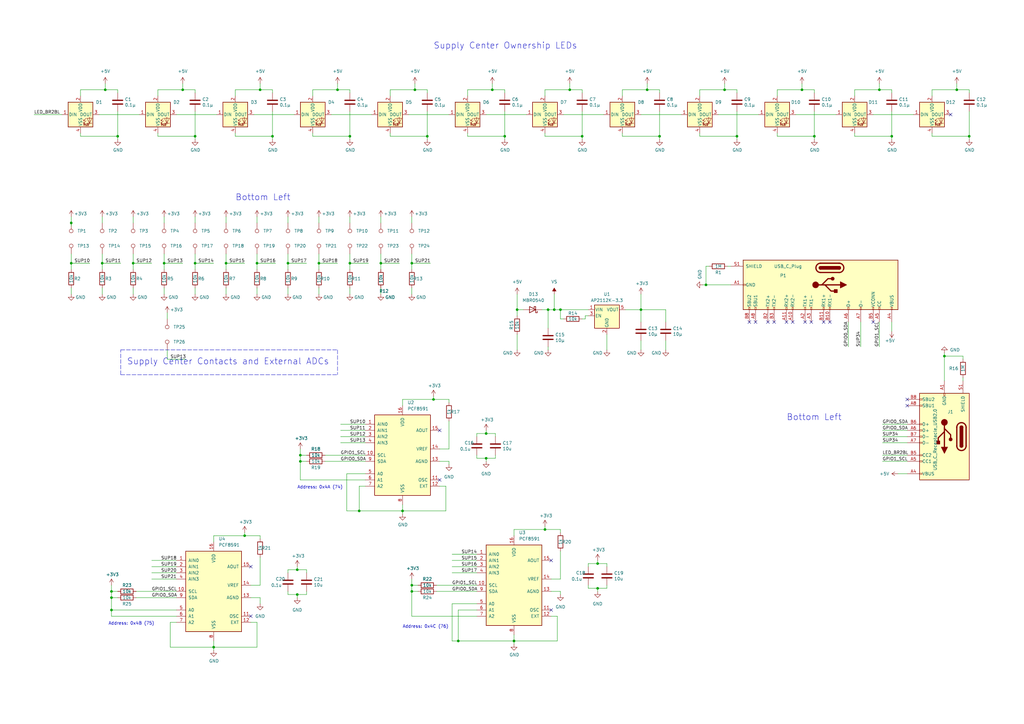
<source format=kicad_sch>
(kicad_sch (version 20211123) (generator eeschema)
  (paper "A3")
  (junction (at 168.91 240.03))
  (junction (at 67.31 107.95))
  (junction (at 328.93 36.83))
  (junction (at 265.43 36.83))
  (junction (at 29.21 107.95))
  (junction (at 238.76 55.88))
  (junction (at 245.11 241.3))
  (junction (at 245.11 231.14))
  (junction (at 168.91 242.57))
  (junction (at 45.72 242.57))
  (junction (at 223.52 217.17))
  (junction (at 302.26 55.88))
  (junction (at 227.33 127))
  (junction (at 45.72 245.11))
  (junction (at 397.51 55.88))
  (junction (at 262.89 127))
  (junction (at 29.21 91.44))
  (junction (at 387.35 146.05))
  (junction (at 212.09 127))
  (junction (at 143.51 55.88))
  (junction (at 168.91 107.95))
  (junction (at 210.82 262.89))
  (junction (at 201.93 36.83))
  (junction (at 41.91 107.95))
  (junction (at 229.87 127))
  (junction (at 48.26 55.88))
  (junction (at 138.43 36.83))
  (junction (at 156.21 107.95))
  (junction (at 80.01 107.95))
  (junction (at 199.39 187.96))
  (junction (at 80.01 55.88))
  (junction (at 74.93 36.83))
  (junction (at 111.76 55.88))
  (junction (at 177.8 163.83))
  (junction (at 170.18 36.83))
  (junction (at 392.43 36.83))
  (junction (at 165.1 209.55))
  (junction (at 175.26 55.88))
  (junction (at 121.92 233.68))
  (junction (at 118.11 107.95))
  (junction (at 87.63 265.43))
  (junction (at 207.01 55.88))
  (junction (at 106.68 36.83))
  (junction (at 45.72 250.19))
  (junction (at 224.79 127))
  (junction (at 270.51 55.88))
  (junction (at 289.56 116.84))
  (junction (at 92.71 107.95))
  (junction (at 121.92 243.84))
  (junction (at 199.39 177.8))
  (junction (at 233.68 36.83))
  (junction (at 334.01 55.88))
  (junction (at 105.41 107.95))
  (junction (at 123.19 189.23))
  (junction (at 100.33 219.71))
  (junction (at 187.96 262.89))
  (junction (at 43.18 36.83))
  (junction (at 147.32 209.55))
  (junction (at 143.51 107.95))
  (junction (at 297.18 36.83))
  (junction (at 365.76 55.88))
  (junction (at 130.81 107.95))
  (junction (at 54.61 107.95))
  (junction (at 123.19 186.69))
  (junction (at 360.68 36.83))
  (no_connect (at 307.34 132.08))
  (no_connect (at 226.06 250.19))
  (no_connect (at 322.58 132.08))
  (no_connect (at 332.74 132.08))
  (no_connect (at 102.87 232.41))
  (no_connect (at 340.36 132.08))
  (no_connect (at 372.11 166.37))
  (no_connect (at 372.11 163.83))
  (no_connect (at 180.34 196.85))
  (no_connect (at 314.96 132.08))
  (no_connect (at 180.34 176.53))
  (no_connect (at 102.87 252.73))
  (no_connect (at 226.06 229.87))
  (no_connect (at 358.14 132.08))
  (no_connect (at 309.88 132.08))
  (no_connect (at 317.5 132.08))
  (no_connect (at 389.89 46.99))
  (no_connect (at 337.82 132.08))
  (no_connect (at 330.2 132.08))
  (no_connect (at 325.12 132.08))
  (wire (pts (xy 223.52 55.88) (xy 238.76 55.88)))
  (wire (pts (xy 102.87 240.03) (xy 106.68 240.03)))
  (wire (pts (xy 175.26 36.83) (xy 175.26 38.1)))
  (wire (pts (xy 360.68 36.83) (xy 365.76 36.83)))
  (wire (pts (xy 111.76 36.83) (xy 111.76 38.1)))
  (wire (pts (xy 54.61 118.11) (xy 54.61 120.65)))
  (wire (pts (xy 199.39 177.8) (xy 203.2 177.8)))
  (wire (pts (xy 80.01 107.95) (xy 87.63 107.95)))
  (wire (pts (xy 54.61 107.95) (xy 62.23 107.95)))
  (wire (pts (xy 231.14 46.99) (xy 247.65 46.99)))
  (wire (pts (xy 123.19 189.23) (xy 123.19 186.69)))
  (wire (pts (xy 191.77 36.83) (xy 201.93 36.83)))
  (wire (pts (xy 102.87 255.27) (xy 105.41 255.27)))
  (wire (pts (xy 41.91 104.14) (xy 41.91 107.95)))
  (wire (pts (xy 105.41 88.9) (xy 105.41 91.44)))
  (wire (pts (xy 392.43 34.29) (xy 392.43 36.83)))
  (wire (pts (xy 210.82 262.89) (xy 210.82 264.16)))
  (wire (pts (xy 182.88 199.39) (xy 182.88 209.55)))
  (wire (pts (xy 199.39 176.53) (xy 199.39 177.8)))
  (wire (pts (xy 106.68 34.29) (xy 106.68 36.83)))
  (wire (pts (xy 353.06 142.24) (xy 353.06 132.08)))
  (polyline (pts (xy 138.43 143.51) (xy 138.43 153.67)))
  (wire (pts (xy 229.87 218.44) (xy 229.87 217.17)))
  (wire (pts (xy 191.77 54.61) (xy 191.77 55.88)))
  (wire (pts (xy 287.02 39.37) (xy 287.02 36.83)))
  (wire (pts (xy 48.26 45.72) (xy 48.26 55.88)))
  (wire (pts (xy 334.01 45.72) (xy 334.01 55.88)))
  (wire (pts (xy 256.54 127) (xy 262.89 127)))
  (wire (pts (xy 177.8 162.56) (xy 177.8 163.83)))
  (wire (pts (xy 248.92 137.16) (xy 248.92 143.51)))
  (wire (pts (xy 287.02 55.88) (xy 302.26 55.88)))
  (wire (pts (xy 80.01 57.15) (xy 80.01 55.88)))
  (polyline (pts (xy 49.53 153.67) (xy 49.53 143.51)))
  (wire (pts (xy 128.27 36.83) (xy 138.43 36.83)))
  (wire (pts (xy 394.97 146.05) (xy 387.35 146.05)))
  (wire (pts (xy 185.42 229.87) (xy 195.58 229.87)))
  (wire (pts (xy 262.89 120.65) (xy 262.89 127)))
  (wire (pts (xy 45.72 250.19) (xy 72.39 250.19)))
  (wire (pts (xy 41.91 118.11) (xy 41.91 120.65)))
  (wire (pts (xy 87.63 219.71) (xy 100.33 219.71)))
  (wire (pts (xy 392.43 36.83) (xy 397.51 36.83)))
  (wire (pts (xy 121.92 233.68) (xy 118.11 233.68)))
  (wire (pts (xy 105.41 107.95) (xy 105.41 110.49)))
  (wire (pts (xy 270.51 57.15) (xy 270.51 55.88)))
  (wire (pts (xy 226.06 242.57) (xy 229.87 242.57)))
  (wire (pts (xy 100.33 218.44) (xy 100.33 219.71)))
  (wire (pts (xy 92.71 107.95) (xy 92.71 110.49)))
  (wire (pts (xy 201.93 36.83) (xy 207.01 36.83)))
  (wire (pts (xy 223.52 39.37) (xy 223.52 36.83)))
  (wire (pts (xy 92.71 88.9) (xy 92.71 91.44)))
  (wire (pts (xy 289.56 116.84) (xy 299.72 116.84)))
  (wire (pts (xy 69.85 265.43) (xy 87.63 265.43)))
  (wire (pts (xy 143.51 107.95) (xy 143.51 110.49)))
  (wire (pts (xy 229.87 226.06) (xy 229.87 237.49)))
  (wire (pts (xy 96.52 39.37) (xy 96.52 36.83)))
  (wire (pts (xy 80.01 107.95) (xy 80.01 110.49)))
  (wire (pts (xy 180.34 199.39) (xy 182.88 199.39)))
  (wire (pts (xy 54.61 104.14) (xy 54.61 107.95)))
  (wire (pts (xy 223.52 217.17) (xy 229.87 217.17)))
  (wire (pts (xy 123.19 186.69) (xy 125.73 186.69)))
  (wire (pts (xy 80.01 88.9) (xy 80.01 91.44)))
  (wire (pts (xy 223.52 36.83) (xy 233.68 36.83)))
  (wire (pts (xy 168.91 104.14) (xy 168.91 107.95)))
  (wire (pts (xy 207.01 45.72) (xy 207.01 55.88)))
  (wire (pts (xy 195.58 186.69) (xy 195.58 187.96)))
  (wire (pts (xy 160.02 36.83) (xy 170.18 36.83)))
  (wire (pts (xy 262.89 127) (xy 262.89 132.08)))
  (wire (pts (xy 185.42 262.89) (xy 187.96 262.89)))
  (wire (pts (xy 248.92 231.14) (xy 248.92 232.41)))
  (wire (pts (xy 160.02 55.88) (xy 175.26 55.88)))
  (wire (pts (xy 130.81 88.9) (xy 130.81 91.44)))
  (wire (pts (xy 121.92 233.68) (xy 125.73 233.68)))
  (wire (pts (xy 229.87 242.57) (xy 229.87 243.84)))
  (wire (pts (xy 168.91 88.9) (xy 168.91 91.44)))
  (wire (pts (xy 224.79 127) (xy 227.33 127)))
  (wire (pts (xy 233.68 36.83) (xy 238.76 36.83)))
  (wire (pts (xy 350.52 55.88) (xy 365.76 55.88)))
  (wire (pts (xy 223.52 54.61) (xy 223.52 55.88)))
  (wire (pts (xy 326.39 46.99) (xy 342.9 46.99)))
  (wire (pts (xy 72.39 255.27) (xy 69.85 255.27)))
  (wire (pts (xy 328.93 34.29) (xy 328.93 36.83)))
  (wire (pts (xy 121.92 232.41) (xy 121.92 233.68)))
  (wire (pts (xy 233.68 34.29) (xy 233.68 36.83)))
  (wire (pts (xy 212.09 127) (xy 214.63 127)))
  (wire (pts (xy 195.58 177.8) (xy 195.58 179.07)))
  (wire (pts (xy 382.27 55.88) (xy 397.51 55.88)))
  (wire (pts (xy 195.58 187.96) (xy 199.39 187.96)))
  (wire (pts (xy 318.77 54.61) (xy 318.77 55.88)))
  (polyline (pts (xy 49.53 153.67) (xy 138.43 153.67)))
  (wire (pts (xy 231.14 130.81) (xy 229.87 130.81)))
  (wire (pts (xy 72.39 46.99) (xy 88.9 46.99)))
  (wire (pts (xy 195.58 247.65) (xy 185.42 247.65)))
  (wire (pts (xy 365.76 57.15) (xy 365.76 55.88)))
  (wire (pts (xy 184.15 189.23) (xy 184.15 190.5)))
  (wire (pts (xy 394.97 147.32) (xy 394.97 146.05)))
  (wire (pts (xy 334.01 36.83) (xy 334.01 38.1)))
  (wire (pts (xy 207.01 36.83) (xy 207.01 38.1)))
  (wire (pts (xy 130.81 107.95) (xy 130.81 110.49)))
  (wire (pts (xy 123.19 184.15) (xy 123.19 186.69)))
  (wire (pts (xy 45.72 252.73) (xy 45.72 250.19)))
  (wire (pts (xy 96.52 36.83) (xy 106.68 36.83)))
  (wire (pts (xy 170.18 36.83) (xy 175.26 36.83)))
  (wire (pts (xy 55.88 245.11) (xy 72.39 245.11)))
  (wire (pts (xy 270.51 45.72) (xy 270.51 55.88)))
  (wire (pts (xy 387.35 144.78) (xy 387.35 146.05)))
  (wire (pts (xy 245.11 241.3) (xy 245.11 242.57)))
  (wire (pts (xy 289.56 109.22) (xy 289.56 116.84)))
  (wire (pts (xy 184.15 165.1) (xy 184.15 163.83)))
  (wire (pts (xy 156.21 107.95) (xy 156.21 110.49)))
  (wire (pts (xy 118.11 104.14) (xy 118.11 107.95)))
  (wire (pts (xy 347.98 142.24) (xy 347.98 132.08)))
  (wire (pts (xy 397.51 57.15) (xy 397.51 55.88)))
  (wire (pts (xy 121.92 243.84) (xy 121.92 245.11)))
  (wire (pts (xy 143.51 45.72) (xy 143.51 55.88)))
  (wire (pts (xy 139.7 181.61) (xy 149.86 181.61)))
  (wire (pts (xy 29.21 104.14) (xy 29.21 107.95)))
  (wire (pts (xy 226.06 252.73) (xy 228.6 252.73)))
  (wire (pts (xy 165.1 166.37) (xy 165.1 163.83)))
  (wire (pts (xy 29.21 118.11) (xy 29.21 120.65)))
  (wire (pts (xy 207.01 57.15) (xy 207.01 55.88)))
  (wire (pts (xy 238.76 36.83) (xy 238.76 38.1)))
  (wire (pts (xy 171.45 242.57) (xy 168.91 242.57)))
  (wire (pts (xy 255.27 39.37) (xy 255.27 36.83)))
  (wire (pts (xy 143.51 36.83) (xy 143.51 38.1)))
  (wire (pts (xy 180.34 184.15) (xy 184.15 184.15)))
  (wire (pts (xy 69.85 255.27) (xy 69.85 265.43)))
  (wire (pts (xy 100.33 219.71) (xy 106.68 219.71)))
  (wire (pts (xy 13.97 46.99) (xy 25.4 46.99)))
  (wire (pts (xy 212.09 120.65) (xy 212.09 127)))
  (wire (pts (xy 302.26 45.72) (xy 302.26 55.88)))
  (wire (pts (xy 33.02 55.88) (xy 48.26 55.88)))
  (wire (pts (xy 240.03 130.81) (xy 240.03 129.54)))
  (wire (pts (xy 123.19 196.85) (xy 123.19 189.23)))
  (wire (pts (xy 387.35 146.05) (xy 387.35 156.21)))
  (wire (pts (xy 33.02 54.61) (xy 33.02 55.88)))
  (wire (pts (xy 118.11 88.9) (xy 118.11 91.44)))
  (wire (pts (xy 273.05 127) (xy 262.89 127)))
  (wire (pts (xy 118.11 118.11) (xy 118.11 120.65)))
  (wire (pts (xy 139.7 176.53) (xy 149.86 176.53)))
  (wire (pts (xy 394.97 156.21) (xy 394.97 154.94)))
  (wire (pts (xy 365.76 135.89) (xy 365.76 132.08)))
  (wire (pts (xy 29.21 88.9) (xy 29.21 91.44)))
  (wire (pts (xy 248.92 240.03) (xy 248.92 241.3)))
  (wire (pts (xy 168.91 252.73) (xy 168.91 242.57)))
  (wire (pts (xy 294.64 46.99) (xy 311.15 46.99)))
  (wire (pts (xy 87.63 262.89) (xy 87.63 265.43)))
  (wire (pts (xy 74.93 34.29) (xy 74.93 36.83)))
  (wire (pts (xy 165.1 209.55) (xy 165.1 210.82)))
  (wire (pts (xy 302.26 57.15) (xy 302.26 55.88)))
  (wire (pts (xy 203.2 186.69) (xy 203.2 187.96)))
  (wire (pts (xy 318.77 36.83) (xy 328.93 36.83)))
  (wire (pts (xy 210.82 217.17) (xy 223.52 217.17)))
  (wire (pts (xy 361.95 189.23) (xy 372.11 189.23)))
  (wire (pts (xy 133.35 186.69) (xy 149.86 186.69)))
  (wire (pts (xy 55.88 242.57) (xy 72.39 242.57)))
  (wire (pts (xy 222.25 127) (xy 224.79 127)))
  (wire (pts (xy 287.02 36.83) (xy 297.18 36.83)))
  (wire (pts (xy 368.3 194.31) (xy 372.11 194.31)))
  (wire (pts (xy 111.76 57.15) (xy 111.76 55.88)))
  (wire (pts (xy 199.39 177.8) (xy 195.58 177.8)))
  (wire (pts (xy 238.76 130.81) (xy 240.03 130.81)))
  (wire (pts (xy 62.23 232.41) (xy 72.39 232.41)))
  (wire (pts (xy 147.32 199.39) (xy 147.32 209.55)))
  (wire (pts (xy 62.23 237.49) (xy 72.39 237.49)))
  (wire (pts (xy 165.1 207.01) (xy 165.1 209.55)))
  (wire (pts (xy 45.72 240.03) (xy 45.72 242.57)))
  (wire (pts (xy 80.01 45.72) (xy 80.01 55.88)))
  (wire (pts (xy 111.76 45.72) (xy 111.76 55.88)))
  (wire (pts (xy 138.43 36.83) (xy 143.51 36.83)))
  (wire (pts (xy 80.01 118.11) (xy 80.01 120.65)))
  (wire (pts (xy 143.51 104.14) (xy 143.51 107.95)))
  (wire (pts (xy 130.81 107.95) (xy 138.43 107.95)))
  (wire (pts (xy 45.72 252.73) (xy 72.39 252.73)))
  (wire (pts (xy 240.03 129.54) (xy 241.3 129.54)))
  (wire (pts (xy 118.11 233.68) (xy 118.11 234.95)))
  (wire (pts (xy 168.91 242.57) (xy 168.91 240.03)))
  (wire (pts (xy 361.95 181.61) (xy 372.11 181.61)))
  (wire (pts (xy 241.3 240.03) (xy 241.3 241.3)))
  (wire (pts (xy 41.91 107.95) (xy 41.91 110.49)))
  (wire (pts (xy 382.27 36.83) (xy 392.43 36.83)))
  (wire (pts (xy 135.89 46.99) (xy 152.4 46.99)))
  (wire (pts (xy 156.21 88.9) (xy 156.21 91.44)))
  (wire (pts (xy 170.18 34.29) (xy 170.18 36.83)))
  (wire (pts (xy 287.02 54.61) (xy 287.02 55.88)))
  (wire (pts (xy 41.91 107.95) (xy 49.53 107.95)))
  (wire (pts (xy 185.42 227.33) (xy 195.58 227.33)))
  (wire (pts (xy 64.77 55.88) (xy 80.01 55.88)))
  (wire (pts (xy 175.26 45.72) (xy 175.26 55.88)))
  (wire (pts (xy 227.33 120.65) (xy 227.33 127)))
  (wire (pts (xy 106.68 228.6) (xy 106.68 240.03)))
  (wire (pts (xy 302.26 36.83) (xy 302.26 38.1)))
  (wire (pts (xy 262.89 139.7) (xy 262.89 143.51)))
  (wire (pts (xy 297.18 34.29) (xy 297.18 36.83)))
  (wire (pts (xy 149.86 194.31) (xy 142.24 194.31)))
  (wire (pts (xy 167.64 46.99) (xy 184.15 46.99)))
  (wire (pts (xy 245.11 231.14) (xy 248.92 231.14)))
  (wire (pts (xy 128.27 55.88) (xy 143.51 55.88)))
  (wire (pts (xy 48.26 57.15) (xy 48.26 55.88)))
  (wire (pts (xy 177.8 163.83) (xy 184.15 163.83)))
  (wire (pts (xy 229.87 127) (xy 241.3 127)))
  (wire (pts (xy 62.23 229.87) (xy 72.39 229.87)))
  (wire (pts (xy 142.24 209.55) (xy 147.32 209.55)))
  (wire (pts (xy 45.72 242.57) (xy 48.26 242.57)))
  (wire (pts (xy 318.77 39.37) (xy 318.77 36.83)))
  (wire (pts (xy 64.77 36.83) (xy 74.93 36.83)))
  (wire (pts (xy 130.81 104.14) (xy 130.81 107.95)))
  (wire (pts (xy 241.3 241.3) (xy 245.11 241.3)))
  (wire (pts (xy 143.51 57.15) (xy 143.51 55.88)))
  (wire (pts (xy 45.72 245.11) (xy 45.72 250.19)))
  (wire (pts (xy 43.18 36.83) (xy 48.26 36.83)))
  (wire (pts (xy 361.95 173.99) (xy 372.11 173.99)))
  (wire (pts (xy 125.73 242.57) (xy 125.73 243.84)))
  (wire (pts (xy 67.31 107.95) (xy 74.93 107.95)))
  (wire (pts (xy 210.82 219.71) (xy 210.82 217.17)))
  (wire (pts (xy 179.07 240.03) (xy 195.58 240.03)))
  (polyline (pts (xy 49.53 143.51) (xy 138.43 143.51)))
  (wire (pts (xy 358.14 46.99) (xy 374.65 46.99)))
  (wire (pts (xy 121.92 243.84) (xy 125.73 243.84)))
  (wire (pts (xy 265.43 36.83) (xy 270.51 36.83)))
  (wire (pts (xy 184.15 172.72) (xy 184.15 184.15)))
  (wire (pts (xy 104.14 46.99) (xy 120.65 46.99)))
  (wire (pts (xy 29.21 107.95) (xy 36.83 107.95)))
  (wire (pts (xy 350.52 39.37) (xy 350.52 36.83)))
  (wire (pts (xy 191.77 39.37) (xy 191.77 36.83)))
  (wire (pts (xy 48.26 245.11) (xy 45.72 245.11)))
  (wire (pts (xy 245.11 241.3) (xy 248.92 241.3)))
  (wire (pts (xy 105.41 104.14) (xy 105.41 107.95)))
  (wire (pts (xy 67.31 88.9) (xy 67.31 91.44)))
  (wire (pts (xy 241.3 231.14) (xy 241.3 232.41)))
  (wire (pts (xy 201.93 34.29) (xy 201.93 36.83)))
  (wire (pts (xy 187.96 262.89) (xy 210.82 262.89)))
  (wire (pts (xy 270.51 36.83) (xy 270.51 38.1)))
  (wire (pts (xy 262.89 46.99) (xy 279.4 46.99)))
  (wire (pts (xy 33.02 36.83) (xy 43.18 36.83)))
  (wire (pts (xy 255.27 54.61) (xy 255.27 55.88)))
  (wire (pts (xy 382.27 54.61) (xy 382.27 55.88)))
  (wire (pts (xy 168.91 107.95) (xy 176.53 107.95)))
  (wire (pts (xy 168.91 237.49) (xy 168.91 240.03)))
  (wire (pts (xy 361.95 186.69) (xy 372.11 186.69)))
  (wire (pts (xy 199.39 46.99) (xy 215.9 46.99)))
  (wire (pts (xy 212.09 127) (xy 212.09 129.54)))
  (wire (pts (xy 165.1 209.55) (xy 182.88 209.55)))
  (wire (pts (xy 255.27 55.88) (xy 270.51 55.88)))
  (wire (pts (xy 133.35 189.23) (xy 149.86 189.23)))
  (wire (pts (xy 397.51 45.72) (xy 397.51 55.88)))
  (wire (pts (xy 105.41 255.27) (xy 105.41 265.43)))
  (wire (pts (xy 139.7 179.07) (xy 149.86 179.07)))
  (wire (pts (xy 149.86 199.39) (xy 147.32 199.39)))
  (wire (pts (xy 191.77 55.88) (xy 207.01 55.88)))
  (wire (pts (xy 328.93 36.83) (xy 334.01 36.83)))
  (wire (pts (xy 334.01 57.15) (xy 334.01 55.88)))
  (wire (pts (xy 297.18 36.83) (xy 302.26 36.83)))
  (wire (pts (xy 106.68 220.98) (xy 106.68 219.71)))
  (wire (pts (xy 67.31 107.95) (xy 67.31 110.49)))
  (wire (pts (xy 156.21 107.95) (xy 163.83 107.95)))
  (wire (pts (xy 87.63 265.43) (xy 105.41 265.43)))
  (wire (pts (xy 62.23 234.95) (xy 72.39 234.95)))
  (wire (pts (xy 33.02 39.37) (xy 33.02 36.83)))
  (wire (pts (xy 224.79 142.24) (xy 224.79 143.51)))
  (wire (pts (xy 147.32 209.55) (xy 165.1 209.55)))
  (wire (pts (xy 360.68 142.24) (xy 360.68 132.08)))
  (wire (pts (xy 195.58 250.19) (xy 187.96 250.19)))
  (wire (pts (xy 125.73 233.68) (xy 125.73 234.95)))
  (wire (pts (xy 74.93 36.83) (xy 80.01 36.83)))
  (wire (pts (xy 118.11 242.57) (xy 118.11 243.84)))
  (wire (pts (xy 64.77 39.37) (xy 64.77 36.83)))
  (wire (pts (xy 67.31 118.11) (xy 67.31 120.65)))
  (wire (pts (xy 96.52 55.88) (xy 111.76 55.88)))
  (wire (pts (xy 228.6 252.73) (xy 228.6 262.89)))
  (wire (pts (xy 54.61 107.95) (xy 54.61 110.49)))
  (wire (pts (xy 45.72 245.11) (xy 45.72 242.57)))
  (wire (pts (xy 106.68 245.11) (xy 106.68 247.65)))
  (wire (pts (xy 87.63 265.43) (xy 87.63 266.7)))
  (wire (pts (xy 185.42 247.65) (xy 185.42 262.89)))
  (wire (pts (xy 138.43 34.29) (xy 138.43 36.83)))
  (wire (pts (xy 156.21 104.14) (xy 156.21 107.95)))
  (wire (pts (xy 226.06 237.49) (xy 229.87 237.49)))
  (wire (pts (xy 123.19 196.85) (xy 149.86 196.85)))
  (wire (pts (xy 180.34 189.23) (xy 184.15 189.23)))
  (wire (pts (xy 187.96 250.19) (xy 187.96 262.89)))
  (wire (pts (xy 238.76 45.72) (xy 238.76 55.88)))
  (wire (pts (xy 265.43 34.29) (xy 265.43 36.83)))
  (wire (pts (xy 212.09 137.16) (xy 212.09 143.51)))
  (wire (pts (xy 43.18 34.29) (xy 43.18 36.83)))
  (wire (pts (xy 179.07 242.57) (xy 195.58 242.57)))
  (wire (pts (xy 87.63 222.25) (xy 87.63 219.71)))
  (wire (pts (xy 350.52 36.83) (xy 360.68 36.83)))
  (wire (pts (xy 273.05 132.08) (xy 273.05 127)))
  (wire (pts (xy 229.87 130.81) (xy 229.87 127)))
  (wire (pts (xy 130.81 118.11) (xy 130.81 120.65)))
  (wire (pts (xy 67.31 104.14) (xy 67.31 107.95)))
  (wire (pts (xy 224.79 127) (xy 224.79 134.62)))
  (wire (pts (xy 102.87 245.11) (xy 106.68 245.11)))
  (wire (pts (xy 160.02 54.61) (xy 160.02 55.88)))
  (wire (pts (xy 227.33 127) (xy 229.87 127)))
  (wire (pts (xy 175.26 57.15) (xy 175.26 55.88)))
  (wire (pts (xy 360.68 34.29) (xy 360.68 36.83)))
  (wire (pts (xy 96.52 54.61) (xy 96.52 55.88)))
  (wire (pts (xy 143.51 107.95) (xy 151.13 107.95)))
  (wire (pts (xy 106.68 36.83) (xy 111.76 36.83)))
  (wire (pts (xy 118.11 107.95) (xy 125.73 107.95)))
  (wire (pts (xy 92.71 104.14) (xy 92.71 107.95)))
  (wire (pts (xy 68.58 143.51) (xy 68.58 147.32)))
  (wire (pts (xy 350.52 54.61) (xy 350.52 55.88)))
  (wire (pts (xy 382.27 36.83) (xy 382.27 39.37)))
  (wire (pts (xy 299.72 109.22) (xy 298.45 109.22)))
  (wire (pts (xy 68.58 128.27) (xy 68.58 130.81)))
  (wire (pts (xy 210.82 260.35) (xy 210.82 262.89)))
  (wire (pts (xy 125.73 189.23) (xy 123.19 189.23)))
  (wire (pts (xy 185.42 232.41) (xy 195.58 232.41)))
  (wire (pts (xy 245.11 229.87) (xy 245.11 231.14)))
  (wire (pts (xy 92.71 118.11) (xy 92.71 120.65)))
  (wire (pts (xy 290.83 109.22) (xy 289.56 109.22)))
  (wire (pts (xy 40.64 46.99) (xy 57.15 46.99)))
  (wire (pts (xy 64.77 54.61) (xy 64.77 55.88)))
  (wire (pts (xy 29.21 92.71) (xy 29.21 91.44)))
  (wire (pts (xy 48.26 36.83) (xy 48.26 38.1)))
  (wire (pts (xy 168.91 240.03) (xy 171.45 240.03)))
  (wire (pts (xy 168.91 107.95) (xy 168.91 110.49)))
  (wire (pts (xy 397.51 36.83) (xy 397.51 38.1)))
  (wire (pts (xy 105.41 107.95) (xy 113.03 107.95)))
  (wire (pts (xy 128.27 39.37) (xy 128.27 36.83)))
  (wire (pts (xy 68.58 147.32) (xy 76.2 147.32)))
  (wire (pts (xy 80.01 36.83) (xy 80.01 38.1)))
  (wire (pts (xy 168.91 118.11) (xy 168.91 120.65)))
  (wire (pts (xy 105.41 118.11) (xy 105.41 120.65)))
  (wire (pts (xy 199.39 187.96) (xy 199.39 189.23)))
  (wire (pts (xy 361.95 176.53) (xy 372.11 176.53)))
  (wire (pts (xy 128.27 54.61) (xy 128.27 55.88)))
  (wire (pts (xy 139.7 173.99) (xy 149.86 173.99)))
  (wire (pts (xy 203.2 177.8) (xy 203.2 179.07)))
  (wire (pts (xy 142.24 194.31) (xy 142.24 209.55)))
  (wire (pts (xy 288.29 116.84) (xy 289.56 116.84)))
  (wire (pts (xy 118.11 243.84) (xy 121.92 243.84)))
  (wire (pts (xy 365.76 36.83) (xy 365.76 38.1)))
  (wire (pts (xy 54.61 88.9) (xy 54.61 91.44)))
  (wire (pts (xy 80.01 104.14) (xy 80.01 107.95)))
  (wire (pts (xy 361.95 179.07) (xy 372.11 179.07)))
  (wire (pts (xy 245.11 231.14) (xy 241.3 231.14)))
  (wire (pts (xy 199.39 187.96) (xy 203.2 187.96)))
  (wire (pts (xy 185.42 234.95) (xy 195.58 234.95)))
  (wire (pts (xy 238.76 57.15) (xy 238.76 55.88)))
  (wire (pts (xy 118.11 107.95) (xy 118.11 110.49)))
  (wire (pts (xy 156.21 118.11) (xy 156.21 120.65)))
  (wire (pts (xy 143.51 118.11) (xy 143.51 120.65)))
  (wire (pts (xy 223.52 215.9) (xy 223.52 217.17)))
  (wire (pts (xy 165.1 163.83) (xy 177.8 163.83)))
  (wire (pts (xy 29.21 107.95) (xy 29.21 110.49)))
  (wire (pts (xy 255.27 36.83) (xy 265.43 36.83)))
  (wire (pts (xy 160.02 39.37) (xy 160.02 36.83)))
  (wire (pts (xy 318.77 55.88) (xy 334.01 55.88)))
  (wire (pts (xy 168.91 252.73) (xy 195.58 252.73)))
  (wire (pts (xy 92.71 107.95) (xy 100.33 107.95)))
  (wire (pts (xy 143.51 88.9) (xy 143.51 91.44)))
  (wire (pts (xy 41.91 88.9) (xy 41.91 91.44)))
  (wire (pts (xy 210.82 262.89) (xy 228.6 262.89)))
  (wire (pts (xy 365.76 45.72) (xy 365.76 55.88)))
  (wire (pts (xy 273.05 139.7) (xy 273.05 143.51)))
  (text "Bottom Left" (at 322.58 172.72 0) (effects (font (size 2.54 2.54)) (justify left bottom)))
  (text "Address: 0x4B (75)" (at 44.45 256.54 0) (effects (font (size 1.27 1.27)) (justify left bottom)))
  (text "Address: 0x4A (74)" (at 121.92 200.66 0) (effects (font (size 1.27 1.27)) (justify left bottom)))
  (text "Bottom Left" (at 96.52 82.55 0) (effects (font (size 2.54 2.54)) (justify left bottom)))
  (text "Supply Center Contacts and External ADCs" (at 52.07 149.86 0) (effects (font (size 2.54 2.54)) (justify left bottom)))
  (text "Supply Center Ownership LEDs" (at 177.8 20.32 0) (effects (font (size 2.54 2.54)) (justify left bottom)))
  (text "Address: 0x4C (76)" (at 165.1 257.81 0) (effects (font (size 1.27 1.27)) (justify left bottom)))
  (label "GPIO0_SDA" (at 361.95 173.99 0))
  (label "SUP11" (at 43.18 107.95 0))
  (label "SUP34" (at 353.06 142.24 90))
  (label "GPIO0_SDA" (at 139.7 189.23 0))
  (label "SUP13" (at 69.85 147.32 0))
  (label "SUP18" (at 66.04 229.87 0))
  (label "SUP15" (at 93.98 107.95 0))
  (label "SUP13" (at 143.51 181.61 0))
  (label "SUP20" (at 157.48 107.95 0))
  (label "SUP21" (at 170.18 107.95 0))
  (label "SUP12" (at 143.51 179.07 0))
  (label "SUP13" (at 68.58 107.95 0))
  (label "GPIO1_SCL" (at 139.7 186.69 0))
  (label "GPIO0_SDA" (at 62.23 245.11 0))
  (label "SUP17" (at 189.23 234.95 0))
  (label "GPIO1_SCL" (at 62.23 242.57 0))
  (label "SUP19" (at 144.78 107.95 0))
  (label "GPIO1_SCL" (at 360.68 142.24 90))
  (label "SUP14" (at 189.23 227.33 0))
  (label "GPIO1_SCL" (at 185.42 240.03 0))
  (label "SUP34" (at 361.95 181.61 0))
  (label "SUP11" (at 143.51 176.53 0))
  (label "SUP18" (at 132.08 107.95 0))
  (label "GPIO0_SDA" (at 347.98 142.24 90))
  (label "SUP10" (at 143.51 173.99 0))
  (label "SUP19" (at 66.04 232.41 0))
  (label "SUP20" (at 66.04 234.95 0))
  (label "SUP15" (at 189.23 229.87 0))
  (label "SUP16" (at 106.68 107.95 0))
  (label "SUP17" (at 119.38 107.95 0))
  (label "GPIO0_SDA" (at 361.95 176.53 0))
  (label "LED_BR2BL" (at 361.95 186.69 0))
  (label "SUP14" (at 81.28 107.95 0))
  (label "SUP12" (at 55.88 107.95 0))
  (label "SUP21" (at 66.04 237.49 0))
  (label "SUP10" (at 30.48 107.95 0))
  (label "SUP34" (at 361.95 179.07 0))
  (label "LED_BR2BL" (at 13.97 46.99 0))
  (label "SUP16" (at 189.23 232.41 0))
  (label "GPIO1_SCL" (at 361.95 189.23 0))
  (label "GPIO0_SDA" (at 185.42 242.57 0))
  (symbol (lib_id "Device:R") (at 175.26 240.03 90) (unit 1)
    (property "Reference" "R22" (at 175.26 237.49 90))
    (property "Value" "10k" (at 175.26 240.03 90))
    (property "Footprint" "Resistor_SMD:R_0603_1608Metric" (effects hide))
  )
  (symbol (lib_id "Device:C") (at 203.2 182.88 0) (unit 1)
    (property "Reference" "C17" (at 206.121 181.7116 0) (effects (justify left)))
    (property "Value" "10u" (at 206.121 184.023 0) (effects (justify left)))
    (property "Footprint" "Capacitor_SMD:C_0805_2012Metric" (effects hide))
  )
  (symbol (lib_id "power:GND") (at 121.92 245.11 0) (unit 1)
    (property "Reference" "#PWR076" (effects hide))
    (property "Value" "GND" (at 121.92 250.19 0))
  )
  (symbol (lib_id "power:+5V") (at 233.68 34.29 0) (unit 1)
    (property "Reference" "#PWR07" (effects hide))
    (property "Value" "+5V" (at 233.68 29.21 0))
  )
  (symbol (lib_id "power:GND") (at 288.29 116.84 270) (mirror x) (unit 1)
    (property "Reference" "#PWR037" (effects hide))
    (property "Value" "GND" (at 287.02 110.49 0) (effects (justify right)))
  )
  (symbol (lib_id "Device:C") (at 238.76 41.91 0) (unit 1)
    (property "Reference" "C7" (at 241.681 40.7416 0) (effects (justify left)))
    (property "Value" "0.1µ" (at 241.681 43.053 0) (effects (justify left)))
    (property "Footprint" "Capacitor_SMD:C_0805_2012Metric" (effects hide))
  )
  (symbol (lib_id "power:GND") (at 270.51 57.15 0) (unit 1)
    (property "Reference" "#PWR020" (effects hide))
    (property "Value" "GND" (at 270.637 61.5442 0))
  )
  (symbol (lib_id "power:GND") (at 92.71 120.65 0) (unit 1)
    (property "Reference" "#PWR043" (effects hide))
    (property "Value" "GND" (at 96.52 121.92 0))
  )
  (symbol (lib_id "power:GND") (at 106.68 247.65 0) (unit 1)
    (property "Reference" "#PWR077" (effects hide))
    (property "Value" "GND" (at 106.68 252.73 0))
  )
  (symbol (lib_id "power:GND") (at 387.35 144.78 0) (mirror x) (unit 1)
    (property "Reference" "#PWR060" (effects hide))
    (property "Value" "GND" (at 393.7 143.51 0) (effects (justify right)))
  )
  (symbol (lib_id "Device:C") (at 80.01 41.91 0) (unit 1)
    (property "Reference" "C2" (at 82.931 40.7416 0) (effects (justify left)))
    (property "Value" "0.1µ" (at 82.931 43.053 0) (effects (justify left)))
    (property "Footprint" "Capacitor_SMD:C_0805_2012Metric" (effects hide))
  )
  (symbol (lib_id "Interface_Expansion:PCF8591") (at 210.82 240.03 0) (unit 1)
    (property "Reference" "U3" (at 212.8394 218.44 0) (effects (justify left)))
    (property "Value" "PCF8591" (at 212.8394 220.98 0) (effects (justify left)))
    (property "Footprint" "Package_SO:SOIC-16W_7.5x10.3mm_P1.27mm" (effects hide))
    (property "Datasheet" "http://www.nxp.com/documents/data_sheet/PCF8591.pdf" (effects hide))
  )
  (symbol (lib_id "Device:R") (at 156.21 114.3 180) (unit 1)
    (property "Reference" "R12" (at 157.48 119.38 0))
    (property "Value" "10k" (at 156.21 114.3 90))
    (property "Footprint" "Resistor_SMD:R_0603_1608Metric" (effects hide))
  )
  (symbol (lib_id "power:+5V") (at 170.18 34.29 0) (unit 1)
    (property "Reference" "#PWR05" (effects hide))
    (property "Value" "+5V" (at 170.18 29.21 0))
  )
  (symbol (lib_id "power:GND") (at 165.1 210.82 0) (unit 1)
    (property "Reference" "#PWR067" (effects hide))
    (property "Value" "GND" (at 165.227 215.2142 0))
  )
  (symbol (lib_id "Connector:TestPoint") (at 54.61 91.44 180) (unit 1)
    (property "Reference" "TP3" (at 57.15 94.7419 0) (effects (justify right)))
    (property "Value" "TestPoint" (effects hide))
    (property "Footprint" "dip:TestPoint_Pad_D2.0mm" (effects hide))
  )
  (symbol (lib_name "SK6805-EC_11") (lib_id "MCU_RaspberryPi_RP2040:SK6805-EC") (at 160.02 46.99 0) (unit 1)
    (property "Reference" "D5" (at 167.64 41.91 0))
    (property "Value" "SK6805-EC" (effects hide))
    (property "Footprint" "dip:SK6805-EC" (effects hide))
  )
  (symbol (lib_id "power:+5V") (at 360.68 34.29 0) (unit 1)
    (property "Reference" "#PWR011" (effects hide))
    (property "Value" "+5V" (at 360.68 29.21 0))
  )
  (symbol (lib_id "Device:R") (at 394.97 151.13 0) (unit 1)
    (property "Reference" "R16" (at 391.16 151.13 0))
    (property "Value" "1M" (at 394.97 151.13 90))
    (property "Footprint" "Resistor_SMD:R_0603_1608Metric" (effects hide))
  )
  (symbol (lib_id "power:+5V") (at 365.76 135.89 0) (mirror x) (unit 1)
    (property "Reference" "#PWR054" (effects hide))
    (property "Value" "+5V" (at 367.03 139.7 0) (effects (justify right)))
  )
  (symbol (lib_id "power:GND") (at 87.63 266.7 0) (unit 1)
    (property "Reference" "#PWR079" (effects hide))
    (property "Value" "GND" (at 87.757 271.0942 0))
  )
  (symbol (lib_name "SK6805-EC_2") (lib_id "MCU_RaspberryPi_RP2040:SK6805-EC") (at 318.77 46.99 0) (unit 1)
    (property "Reference" "D10" (at 326.39 41.91 0))
    (property "Value" "SK6805-EC" (effects hide))
    (property "Footprint" "dip:SK6805-EC" (effects hide))
  )
  (symbol (lib_id "power:+3V3") (at 130.81 88.9 0) (unit 1)
    (property "Reference" "#PWR033" (effects hide))
    (property "Value" "+3V3" (at 134.62 87.63 0))
  )
  (symbol (lib_id "power:+5V") (at 43.18 34.29 0) (unit 1)
    (property "Reference" "#PWR01" (effects hide))
    (property "Value" "+5V" (at 43.18 29.21 0))
  )
  (symbol (lib_name "SK6805-EC_8") (lib_id "MCU_RaspberryPi_RP2040:SK6805-EC") (at 33.02 46.99 0) (unit 1)
    (property "Reference" "D1" (at 40.64 41.91 0))
    (property "Value" "SK6805-EC" (effects hide))
    (property "Footprint" "dip:SK6805-EC" (effects hide))
  )
  (symbol (lib_id "power:+3V3") (at 118.11 88.9 0) (unit 1)
    (property "Reference" "#PWR032" (effects hide))
    (property "Value" "+3V3" (at 121.92 87.63 0))
  )
  (symbol (lib_id "power:GND") (at 229.87 243.84 0) (unit 1)
    (property "Reference" "#PWR075" (effects hide))
    (property "Value" "GND" (at 229.87 248.92 0))
  )
  (symbol (lib_id "power:GND") (at 143.51 120.65 0) (unit 1)
    (property "Reference" "#PWR047" (effects hide))
    (property "Value" "GND" (at 147.32 121.92 0))
  )
  (symbol (lib_id "Device:R") (at 129.54 186.69 90) (unit 1)
    (property "Reference" "R18" (at 129.54 184.15 90))
    (property "Value" "10k" (at 129.54 186.69 90))
    (property "Footprint" "Resistor_SMD:R_0603_1608Metric" (effects hide))
  )
  (symbol (lib_id "Device:R") (at 168.91 114.3 180) (unit 1)
    (property "Reference" "R13" (at 171.45 114.3 0))
    (property "Value" "10k" (at 168.91 114.3 90))
    (property "Footprint" "Resistor_SMD:R_0603_1608Metric" (effects hide))
  )
  (symbol (lib_id "Device:R") (at 29.21 114.3 180) (unit 1)
    (property "Reference" "R2" (at 31.75 114.3 0))
    (property "Value" "10k" (at 29.21 114.3 90))
    (property "Footprint" "Resistor_SMD:R_0603_1608Metric" (effects hide))
  )
  (symbol (lib_id "Device:C") (at 397.51 41.91 0) (unit 1)
    (property "Reference" "C12" (at 400.431 40.7416 0) (effects (justify left)))
    (property "Value" "0.1µ" (at 400.431 43.053 0) (effects (justify left)))
    (property "Footprint" "Capacitor_SMD:C_0805_2012Metric" (effects hide))
  )
  (symbol (lib_id "power:+3V3") (at 123.19 184.15 0) (unit 1)
    (property "Reference" "#PWR063" (effects hide))
    (property "Value" "+3V3" (at 123.571 179.7558 0))
  )
  (symbol (lib_id "Device:R") (at 184.15 168.91 180) (unit 1)
    (property "Reference" "R17" (at 186.69 168.91 0))
    (property "Value" "1k" (at 184.15 168.91 90))
    (property "Footprint" "Resistor_SMD:R_0603_1608Metric" (effects hide))
  )
  (symbol (lib_id "power:+3V3") (at 92.71 88.9 0) (unit 1)
    (property "Reference" "#PWR030" (effects hide))
    (property "Value" "+3V3" (at 96.52 87.63 0))
  )
  (symbol (lib_id "Connector:TestPoint") (at 92.71 104.14 0) (unit 1)
    (property "Reference" "TP18" (at 95.25 100.8379 0) (effects (justify left)))
    (property "Value" "TestPoint" (effects hide))
    (property "Footprint" "dip:TestPoint_Pad_D2.0mm" (effects hide))
  )
  (symbol (lib_id "power:GND") (at 80.01 57.15 0) (unit 1)
    (property "Reference" "#PWR014" (effects hide))
    (property "Value" "GND" (at 80.137 61.5442 0))
  )
  (symbol (lib_id "Connector:TestPoint") (at 143.51 91.44 180) (unit 1)
    (property "Reference" "TP10" (at 146.05 94.7419 0) (effects (justify right)))
    (property "Value" "TestPoint" (effects hide))
    (property "Footprint" "dip:TestPoint_Pad_D2.0mm" (effects hide))
  )
  (symbol (lib_id "Connector:TestPoint") (at 156.21 91.44 180) (unit 1)
    (property "Reference" "TP11" (at 158.75 94.7419 0) (effects (justify right)))
    (property "Value" "TestPoint" (effects hide))
    (property "Footprint" "dip:TestPoint_Pad_D2.0mm" (effects hide))
  )
  (symbol (lib_id "power:GND") (at 175.26 57.15 0) (unit 1)
    (property "Reference" "#PWR017" (effects hide))
    (property "Value" "GND" (at 175.387 61.5442 0))
  )
  (symbol (lib_id "power:GND") (at 130.81 120.65 0) (unit 1)
    (property "Reference" "#PWR046" (effects hide))
    (property "Value" "GND" (at 134.62 121.92 0))
  )
  (symbol (lib_id "Connector:TestPoint") (at 67.31 91.44 180) (unit 1)
    (property "Reference" "TP4" (at 69.85 94.7419 0) (effects (justify right)))
    (property "Value" "TestPoint" (effects hide))
    (property "Footprint" "dip:TestPoint_Pad_D2.0mm" (effects hide))
  )
  (symbol (lib_id "Connector:TestPoint") (at 168.91 104.14 0) (unit 1)
    (property "Reference" "TP24" (at 171.45 100.8379 0) (effects (justify left)))
    (property "Value" "TestPoint" (effects hide))
    (property "Footprint" "dip:TestPoint_Pad_D2.0mm" (effects hide))
  )
  (symbol (lib_id "power:+5V") (at 328.93 34.29 0) (unit 1)
    (property "Reference" "#PWR010" (effects hide))
    (property "Value" "+5V" (at 328.93 29.21 0))
  )
  (symbol (lib_id "power:GND") (at 168.91 120.65 0) (unit 1)
    (property "Reference" "#PWR049" (effects hide))
    (property "Value" "GND" (at 172.72 121.92 0))
  )
  (symbol (lib_id "Device:R") (at 130.81 114.3 180) (unit 1)
    (property "Reference" "R10" (at 133.35 114.3 0))
    (property "Value" "10k" (at 130.81 114.3 90))
    (property "Footprint" "Resistor_SMD:R_0603_1608Metric" (effects hide))
  )
  (symbol (lib_id "power:GND") (at 397.51 57.15 0) (unit 1)
    (property "Reference" "#PWR024" (effects hide))
    (property "Value" "GND" (at 397.637 61.5442 0))
  )
  (symbol (lib_id "power:GND") (at 262.89 143.51 0) (unit 1)
    (property "Reference" "#PWR058" (effects hide))
    (property "Value" "GND" (at 259.08 144.78 0))
  )
  (symbol (lib_id "power:GND") (at 334.01 57.15 0) (unit 1)
    (property "Reference" "#PWR022" (effects hide))
    (property "Value" "GND" (at 334.137 61.5442 0))
  )
  (symbol (lib_id "Connector:USB_C_Plug") (at 340.36 116.84 270) (unit 1)
    (property "Reference" "P1" (at 322.58 113.03 90) (effects (justify right)))
    (property "Value" "USB_C_Plug" (at 328.93 109.22 90) (effects (justify right)))
    (property "Footprint" "dip:USB_C_Plug_edge_launch" (effects hide))
    (property "Datasheet" "https://www.usb.org/sites/default/files/documents/usb_type-c.zip" (effects hide))
  )
  (symbol (lib_id "power:+5V") (at 368.3 194.31 90) (mirror x) (unit 1)
    (property "Reference" "#PWR066" (effects hide))
    (property "Value" "+5V" (at 360.68 194.31 90) (effects (justify right)))
  )
  (symbol (lib_id "Connector:TestPoint") (at 54.61 104.14 0) (unit 1)
    (property "Reference" "TP15" (at 57.15 100.8379 0) (effects (justify left)))
    (property "Value" "TestPoint" (effects hide))
    (property "Footprint" "dip:TestPoint_Pad_D2.0mm" (effects hide))
  )
  (symbol (lib_id "Device:R") (at 105.41 114.3 180) (unit 1)
    (property "Reference" "R8" (at 107.95 114.3 0))
    (property "Value" "10k" (at 105.41 114.3 90))
    (property "Footprint" "Resistor_SMD:R_0603_1608Metric" (effects hide))
  )
  (symbol (lib_id "Connector:TestPoint") (at 80.01 104.14 0) (unit 1)
    (property "Reference" "TP17" (at 82.55 100.8379 0) (effects (justify left)))
    (property "Value" "TestPoint" (effects hide))
    (property "Footprint" "dip:TestPoint_Pad_D2.0mm" (effects hide))
  )
  (symbol (lib_name "SK6805-EC_7") (lib_id "MCU_RaspberryPi_RP2040:SK6805-EC") (at 255.27 46.99 0) (unit 1)
    (property "Reference" "D8" (at 262.89 41.91 0))
    (property "Value" "SK6805-EC" (effects hide))
    (property "Footprint" "dip:SK6805-EC" (effects hide))
  )
  (symbol (lib_id "power:GND") (at 111.76 57.15 0) (unit 1)
    (property "Reference" "#PWR015" (effects hide))
    (property "Value" "GND" (at 111.887 61.5442 0))
  )
  (symbol (lib_id "power:+3V3") (at 41.91 88.9 0) (unit 1)
    (property "Reference" "#PWR026" (effects hide))
    (property "Value" "+3V3" (at 45.72 87.63 0))
  )
  (symbol (lib_id "power:GND") (at 273.05 143.51 0) (unit 1)
    (property "Reference" "#PWR059" (effects hide))
    (property "Value" "GND" (at 269.24 144.78 0))
  )
  (symbol (lib_id "power:+5V") (at 392.43 34.29 0) (unit 1)
    (property "Reference" "#PWR012" (effects hide))
    (property "Value" "+5V" (at 392.43 29.21 0))
  )
  (symbol (lib_id "Connector:TestPoint") (at 130.81 104.14 0) (unit 1)
    (property "Reference" "TP21" (at 133.35 100.8379 0) (effects (justify left)))
    (property "Value" "TestPoint" (effects hide))
    (property "Footprint" "dip:TestPoint_Pad_D2.0mm" (effects hide))
  )
  (symbol (lib_id "Device:C") (at 248.92 236.22 0) (unit 1)
    (property "Reference" "C19" (at 251.841 235.0516 0) (effects (justify left)))
    (property "Value" "10u" (at 251.841 237.363 0) (effects (justify left)))
    (property "Footprint" "Capacitor_SMD:C_0805_2012Metric" (effects hide))
  )
  (symbol (lib_id "Connector:TestPoint") (at 68.58 143.51 0) (unit 1)
    (property "Reference" "TP26" (at 71.12 140.2079 0) (effects (justify left)))
    (property "Value" "TestPoint" (effects hide))
    (property "Footprint" "dip:TestPoint_Pad_D2.0mm" (effects hide))
  )
  (symbol (lib_id "Device:R") (at 92.71 114.3 180) (unit 1)
    (property "Reference" "R7" (at 95.25 114.3 0))
    (property "Value" "10k" (at 92.71 114.3 90))
    (property "Footprint" "Resistor_SMD:R_0603_1608Metric" (effects hide))
  )
  (symbol (lib_id "power:GND") (at 199.39 189.23 0) (unit 1)
    (property "Reference" "#PWR064" (effects hide))
    (property "Value" "GND" (at 199.39 194.31 0))
  )
  (symbol (lib_id "power:+3V3") (at 45.72 240.03 0) (unit 1)
    (property "Reference" "#PWR073" (effects hide))
    (property "Value" "+3V3" (at 46.101 235.6358 0))
  )
  (symbol (lib_id "Interface_Expansion:PCF8591") (at 87.63 242.57 0) (unit 1)
    (property "Reference" "U4" (at 89.6494 220.98 0) (effects (justify left)))
    (property "Value" "PCF8591" (at 89.6494 223.52 0) (effects (justify left)))
    (property "Footprint" "Package_SO:SOIC-16W_7.5x10.3mm_P1.27mm" (effects hide))
    (property "Datasheet" "http://www.nxp.com/documents/data_sheet/PCF8591.pdf" (effects hide))
  )
  (symbol (lib_id "Device:R") (at 229.87 222.25 180) (unit 1)
    (property "Reference" "R20" (at 232.41 222.25 0))
    (property "Value" "1k" (at 229.87 222.25 90))
    (property "Footprint" "Resistor_SMD:R_0603_1608Metric" (effects hide))
  )
  (symbol (lib_id "power:GND") (at 212.09 143.51 0) (unit 1)
    (property "Reference" "#PWR055" (effects hide))
    (property "Value" "GND" (at 208.28 144.78 0))
  )
  (symbol (lib_id "power:+3V3") (at 199.39 176.53 0) (unit 1)
    (property "Reference" "#PWR062" (effects hide))
    (property "Value" "+3V3" (at 199.771 172.1358 0))
  )
  (symbol (lib_id "power:GND") (at 118.11 120.65 0) (unit 1)
    (property "Reference" "#PWR045" (effects hide))
    (property "Value" "GND" (at 121.92 121.92 0))
  )
  (symbol (lib_id "power:+3V3") (at 68.58 128.27 0) (unit 1)
    (property "Reference" "#PWR053" (effects hide))
    (property "Value" "+3V3" (at 72.39 127 0))
  )
  (symbol (lib_id "Diode:MBR0540") (at 218.44 127 180) (unit 1)
    (property "Reference" "D13" (at 218.7575 120.65 0))
    (property "Value" "MBR0540" (at 218.7575 123.19 0))
    (property "Footprint" "Diode_SMD:D_SOD-123" (effects hide))
    (property "Datasheet" "http://www.mccsemi.com/up_pdf/MBR0520~MBR0580(SOD123).pdf" (effects hide))
  )
  (symbol (lib_id "Connector:TestPoint") (at 105.41 104.14 0) (unit 1)
    (property "Reference" "TP19" (at 107.95 100.8379 0) (effects (justify left)))
    (property "Value" "TestPoint" (effects hide))
    (property "Footprint" "dip:TestPoint_Pad_D2.0mm" (effects hide))
  )
  (symbol (lib_id "power:+5V") (at 297.18 34.29 0) (unit 1)
    (property "Reference" "#PWR09" (effects hide))
    (property "Value" "+5V" (at 297.18 29.21 0))
  )
  (symbol (lib_id "Connector:TestPoint") (at 68.58 130.81 180) (unit 1)
    (property "Reference" "TP25" (at 71.12 134.1119 0) (effects (justify right)))
    (property "Value" "TestPoint" (effects hide))
    (property "Footprint" "dip:TestPoint_Pad_D2.0mm" (effects hide))
  )
  (symbol (lib_name "SK6805-EC_9") (lib_id "MCU_RaspberryPi_RP2040:SK6805-EC") (at 64.77 46.99 0) (unit 1)
    (property "Reference" "D2" (at 72.39 41.91 0))
    (property "Value" "SK6805-EC" (effects hide))
    (property "Footprint" "dip:SK6805-EC" (effects hide))
  )
  (symbol (lib_id "Regulator_Linear:AP2112K-3.3") (at 248.92 129.54 0) (unit 1)
    (property "Reference" "U1" (at 248.92 120.65 0))
    (property "Value" "AP2112K-3.3" (at 248.92 123.19 0))
    (property "Footprint" "Package_TO_SOT_SMD:SOT-23-5" (effects hide))
    (property "Datasheet" "https://www.diodes.com/assets/Datasheets/AP2112.pdf" (effects hide))
  )
  (symbol (lib_id "Device:R") (at 106.68 224.79 180) (unit 1)
    (property "Reference" "R21" (at 109.22 224.79 0))
    (property "Value" "1k" (at 106.68 224.79 90))
    (property "Footprint" "Resistor_SMD:R_0603_1608Metric" (effects hide))
  )
  (symbol (lib_id "Device:C") (at 273.05 135.89 0) (unit 1)
    (property "Reference" "C14" (at 275.971 134.7216 0) (effects (justify left)))
    (property "Value" "10µ" (at 275.971 137.033 0) (effects (justify left)))
    (property "Footprint" "Capacitor_SMD:C_0805_2012Metric" (effects hide))
  )
  (symbol (lib_id "Connector:TestPoint") (at 41.91 91.44 180) (unit 1)
    (property "Reference" "TP2" (at 44.45 94.7419 0) (effects (justify right)))
    (property "Value" "TestPoint" (effects hide))
    (property "Footprint" "dip:TestPoint_Pad_D2.0mm" (effects hide))
  )
  (symbol (lib_id "Connector:TestPoint") (at 105.41 91.44 180) (unit 1)
    (property "Reference" "TP7" (at 107.95 94.7419 0) (effects (justify right)))
    (property "Value" "TestPoint" (effects hide))
    (property "Footprint" "dip:TestPoint_Pad_D2.0mm" (effects hide))
  )
  (symbol (lib_id "Connector:TestPoint") (at 130.81 91.44 180) (unit 1)
    (property "Reference" "TP9" (at 133.35 94.7419 0) (effects (justify right)))
    (property "Value" "TestPoint" (effects hide))
    (property "Footprint" "dip:TestPoint_Pad_D2.0mm" (effects hide))
  )
  (symbol (lib_id "power:GND") (at 207.01 57.15 0) (unit 1)
    (property "Reference" "#PWR018" (effects hide))
    (property "Value" "GND" (at 207.137 61.5442 0))
  )
  (symbol (lib_id "power:+3V3") (at 54.61 88.9 0) (unit 1)
    (property "Reference" "#PWR027" (effects hide))
    (property "Value" "+3V3" (at 58.42 87.63 0))
  )
  (symbol (lib_id "Device:C") (at 302.26 41.91 0) (unit 1)
    (property "Reference" "C9" (at 305.181 40.7416 0) (effects (justify left)))
    (property "Value" "0.1µ" (at 305.181 43.053 0) (effects (justify left)))
    (property "Footprint" "Capacitor_SMD:C_0805_2012Metric" (effects hide))
  )
  (symbol (lib_id "power:+3V3") (at 168.91 88.9 0) (unit 1)
    (property "Reference" "#PWR036" (effects hide))
    (property "Value" "+3V3" (at 172.72 87.63 0))
  )
  (symbol (lib_id "power:VS") (at 227.33 120.65 0) (unit 1)
    (property "Reference" "#PWR051" (effects hide))
    (property "Value" "VS" (at 227.33 115.57 0))
  )
  (symbol (lib_id "Device:C") (at 262.89 135.89 0) (unit 1)
    (property "Reference" "C13" (at 265.811 134.7216 0) (effects (justify left)))
    (property "Value" "10µ" (at 265.811 137.033 0) (effects (justify left)))
    (property "Footprint" "Capacitor_SMD:C_0805_2012Metric" (effects hide))
  )
  (symbol (lib_id "power:GND") (at 365.76 57.15 0) (unit 1)
    (property "Reference" "#PWR023" (effects hide))
    (property "Value" "GND" (at 365.887 61.5442 0))
  )
  (symbol (lib_name "SK6805-EC_5") (lib_id "MCU_RaspberryPi_RP2040:SK6805-EC") (at 382.27 46.99 0) (unit 1)
    (property "Reference" "D12" (at 389.89 41.91 0))
    (property "Value" "SK6805-EC" (effects hide))
    (property "Footprint" "dip:SK6805-EC" (effects hide))
  )
  (symbol (lib_id "Connector:TestPoint") (at 143.51 104.14 0) (unit 1)
    (property "Reference" "TP22" (at 146.05 100.8379 0) (effects (justify left)))
    (property "Value" "TestPoint" (effects hide))
    (property "Footprint" "dip:TestPoint_Pad_D2.0mm" (effects hide))
  )
  (symbol (lib_id "Connector:TestPoint") (at 67.31 104.14 0) (unit 1)
    (property "Reference" "TP16" (at 69.85 100.8379 0) (effects (justify left)))
    (property "Value" "TestPoint" (effects hide))
    (property "Footprint" "dip:TestPoint_Pad_D2.0mm" (effects hide))
  )
  (symbol (lib_id "Device:R") (at 118.11 114.3 180) (unit 1)
    (property "Reference" "R9" (at 120.65 114.3 0))
    (property "Value" "10k" (at 118.11 114.3 90))
    (property "Footprint" "Resistor_SMD:R_0603_1608Metric" (effects hide))
  )
  (symbol (lib_id "power:+3V3") (at 143.51 88.9 0) (unit 1)
    (property "Reference" "#PWR034" (effects hide))
    (property "Value" "+3V3" (at 147.32 87.63 0))
  )
  (symbol (lib_name "SK6805-EC_6") (lib_id "MCU_RaspberryPi_RP2040:SK6805-EC") (at 350.52 46.99 0) (unit 1)
    (property "Reference" "D11" (at 358.14 41.91 0))
    (property "Value" "SK6805-EC" (effects hide))
    (property "Footprint" "dip:SK6805-EC" (effects hide))
  )
  (symbol (lib_id "power:+3V3") (at 223.52 215.9 0) (unit 1)
    (property "Reference" "#PWR068" (effects hide))
    (property "Value" "+3V3" (at 223.901 211.5058 0))
  )
  (symbol (lib_id "Device:R") (at 175.26 242.57 90) (unit 1)
    (property "Reference" "R24" (at 175.26 245.11 90))
    (property "Value" "10k" (at 175.26 242.57 90))
    (property "Footprint" "Resistor_SMD:R_0603_1608Metric" (effects hide))
  )
  (symbol (lib_name "SK6805-EC_4") (lib_id "MCU_RaspberryPi_RP2040:SK6805-EC") (at 191.77 46.99 0) (unit 1)
    (property "Reference" "D6" (at 199.39 41.91 0))
    (property "Value" "SK6805-EC" (effects hide))
    (property "Footprint" "dip:SK6805-EC" (effects hide))
  )
  (symbol (lib_id "Connector:TestPoint") (at 156.21 104.14 0) (unit 1)
    (property "Reference" "TP23" (at 158.75 100.8379 0) (effects (justify left)))
    (property "Value" "TestPoint" (effects hide))
    (property "Footprint" "dip:TestPoint_Pad_D2.0mm" (effects hide))
  )
  (symbol (lib_id "Device:C") (at 48.26 41.91 0) (unit 1)
    (property "Reference" "C1" (at 51.181 40.7416 0) (effects (justify left)))
    (property "Value" "0.1µ" (at 51.181 43.053 0) (effects (justify left)))
    (property "Footprint" "Capacitor_SMD:C_0805_2012Metric" (effects hide))
  )
  (symbol (lib_id "power:GND") (at 80.01 120.65 0) (unit 1)
    (property "Reference" "#PWR042" (effects hide))
    (property "Value" "GND" (at 83.82 121.92 0))
  )
  (symbol (lib_id "Connector:TestPoint") (at 118.11 104.14 0) (unit 1)
    (property "Reference" "TP20" (at 120.65 100.8379 0) (effects (justify left)))
    (property "Value" "TestPoint" (effects hide))
    (property "Footprint" "dip:TestPoint_Pad_D2.0mm" (effects hide))
  )
  (symbol (lib_id "Device:C") (at 125.73 238.76 0) (unit 1)
    (property "Reference" "C21" (at 128.651 237.5916 0) (effects (justify left)))
    (property "Value" "10u" (at 128.651 239.903 0) (effects (justify left)))
    (property "Footprint" "Capacitor_SMD:C_0805_2012Metric" (effects hide))
  )
  (symbol (lib_id "power:+3V3") (at 168.91 237.49 0) (unit 1)
    (property "Reference" "#PWR072" (effects hide))
    (property "Value" "+3V3" (at 169.291 233.0958 0))
  )
  (symbol (lib_id "Device:R") (at 143.51 114.3 180) (unit 1)
    (property "Reference" "R11" (at 146.05 114.3 0))
    (property "Value" "10k" (at 143.51 114.3 90))
    (property "Footprint" "Resistor_SMD:R_0603_1608Metric" (effects hide))
  )
  (symbol (lib_id "Connector:TestPoint") (at 168.91 91.44 180) (unit 1)
    (property "Reference" "TP12" (at 171.45 94.7419 0) (effects (justify right)))
    (property "Value" "TestPoint" (effects hide))
    (property "Footprint" "dip:TestPoint_Pad_D2.0mm" (effects hide))
  )
  (symbol (lib_id "Device:R") (at 52.07 242.57 90) (unit 1)
    (property "Reference" "R23" (at 52.07 240.03 90))
    (property "Value" "10k" (at 52.07 242.57 90))
    (property "Footprint" "Resistor_SMD:R_0603_1608Metric" (effects hide))
  )
  (symbol (lib_id "Device:C") (at 365.76 41.91 0) (unit 1)
    (property "Reference" "C11" (at 368.681 40.7416 0) (effects (justify left)))
    (property "Value" "0.1µ" (at 368.681 43.053 0) (effects (justify left)))
    (property "Footprint" "Capacitor_SMD:C_0805_2012Metric" (effects hide))
  )
  (symbol (lib_id "power:+5V") (at 74.93 34.29 0) (unit 1)
    (property "Reference" "#PWR02" (effects hide))
    (property "Value" "+5V" (at 74.93 29.21 0))
  )
  (symbol (lib_id "Connector:TestPoint") (at 41.91 104.14 0) (unit 1)
    (property "Reference" "TP14" (at 44.45 100.8379 0) (effects (justify left)))
    (property "Value" "TestPoint" (effects hide))
    (property "Footprint" "dip:TestPoint_Pad_D2.0mm" (effects hide))
  )
  (symbol (lib_id "Device:C") (at 195.58 182.88 0) (unit 1)
    (property "Reference" "C16" (at 190.5 181.61 0) (effects (justify left)))
    (property "Value" "0.1u" (at 193.04 184.15 0) (effects (justify right)))
    (property "Footprint" "Capacitor_SMD:C_0805_2012Metric" (effects hide))
  )
  (symbol (lib_id "Device:C") (at 118.11 238.76 0) (unit 1)
    (property "Reference" "C20" (at 113.03 237.49 0) (effects (justify left)))
    (property "Value" "0.1u" (at 115.57 240.03 0) (effects (justify right)))
    (property "Footprint" "Capacitor_SMD:C_0805_2012Metric" (effects hide))
  )
  (symbol (lib_id "Device:C") (at 175.26 41.91 0) (unit 1)
    (property "Reference" "C5" (at 178.181 40.7416 0) (effects (justify left)))
    (property "Value" "0.1µ" (at 178.181 43.053 0) (effects (justify left)))
    (property "Footprint" "Capacitor_SMD:C_0805_2012Metric" (effects hide))
  )
  (symbol (lib_id "Connector:TestPoint") (at 92.71 91.44 180) (unit 1)
    (property "Reference" "TP6" (at 95.25 94.7419 0) (effects (justify right)))
    (property "Value" "TestPoint" (effects hide))
    (property "Footprint" "dip:TestPoint_Pad_D2.0mm" (effects hide))
  )
  (symbol (lib_name "SK6805-EC_10") (lib_id "MCU_RaspberryPi_RP2040:SK6805-EC") (at 128.27 46.99 0) (unit 1)
    (property "Reference" "D4" (at 135.89 41.91 0))
    (property "Value" "SK6805-EC" (effects hide))
    (property "Footprint" "dip:SK6805-EC" (effects hide))
  )
  (symbol (lib_id "power:+5V") (at 212.09 120.65 0) (unit 1)
    (property "Reference" "#PWR050" (effects hide))
    (property "Value" "+5V" (at 212.09 115.57 0))
  )
  (symbol (lib_name "SK6805-EC_1") (lib_id "MCU_RaspberryPi_RP2040:SK6805-EC") (at 287.02 46.99 0) (unit 1)
    (property "Reference" "D9" (at 294.64 41.91 0))
    (property "Value" "SK6805-EC" (effects hide))
    (property "Footprint" "dip:SK6805-EC" (effects hide))
  )
  (symbol (lib_id "power:GND") (at 143.51 57.15 0) (unit 1)
    (property "Reference" "#PWR016" (effects hide))
    (property "Value" "GND" (at 143.637 61.5442 0))
  )
  (symbol (lib_id "power:GND") (at 105.41 120.65 0) (unit 1)
    (property "Reference" "#PWR044" (effects hide))
    (property "Value" "GND" (at 109.22 121.92 0))
  )
  (symbol (lib_id "MCU_RaspberryPi_RP2040:SK6805-EC") (at 96.52 46.99 0) (unit 1)
    (property "Reference" "D3" (at 104.14 41.91 0))
    (property "Value" "SK6805-EC" (effects hide))
    (property "Footprint" "dip:SK6805-EC" (effects hide))
  )
  (symbol (lib_id "Connector:TestPoint") (at 80.01 91.44 180) (unit 1)
    (property "Reference" "TP5" (at 82.55 94.7419 0) (effects (justify right)))
    (property "Value" "TestPoint" (effects hide))
    (property "Footprint" "dip:TestPoint_Pad_D2.0mm" (effects hide))
  )
  (symbol (lib_id "Device:R") (at 80.01 114.3 180) (unit 1)
    (property "Reference" "R6" (at 82.55 114.3 0))
    (property "Value" "10k" (at 80.01 114.3 90))
    (property "Footprint" "Resistor_SMD:R_0603_1608Metric" (effects hide))
  )
  (symbol (lib_id "power:GND") (at 54.61 120.65 0) (unit 1)
    (property "Reference" "#PWR040" (effects hide))
    (property "Value" "GND" (at 58.42 121.92 0))
  )
  (symbol (lib_id "power:GND") (at 245.11 242.57 0) (unit 1)
    (property "Reference" "#PWR074" (effects hide))
    (property "Value" "GND" (at 245.11 247.65 0))
  )
  (symbol (lib_id "Device:C") (at 143.51 41.91 0) (unit 1)
    (property "Reference" "C4" (at 146.431 40.7416 0) (effects (justify left)))
    (property "Value" "0.1µ" (at 146.431 43.053 0) (effects (justify left)))
    (property "Footprint" "Capacitor_SMD:C_0805_2012Metric" (effects hide))
  )
  (symbol (lib_id "Device:C") (at 111.76 41.91 0) (unit 1)
    (property "Reference" "C3" (at 114.681 40.7416 0) (effects (justify left)))
    (property "Value" "0.1µ" (at 114.681 43.053 0) (effects (justify left)))
    (property "Footprint" "Capacitor_SMD:C_0805_2012Metric" (effects hide))
  )
  (symbol (lib_name "SK6805-EC_3") (lib_id "MCU_RaspberryPi_RP2040:SK6805-EC") (at 223.52 46.99 0) (unit 1)
    (property "Reference" "D7" (at 231.14 41.91 0))
    (property "Value" "SK6805-EC" (effects hide))
    (property "Footprint" "dip:SK6805-EC" (effects hide))
  )
  (symbol (lib_id "power:+3V3") (at 100.33 218.44 0) (unit 1)
    (property "Reference" "#PWR069" (effects hide))
    (property "Value" "+3V3" (at 100.711 214.0458 0))
  )
  (symbol (lib_id "Device:C") (at 270.51 41.91 0) (unit 1)
    (property "Reference" "C8" (at 273.431 40.7416 0) (effects (justify left)))
    (property "Value" "0.1µ" (at 273.431 43.053 0) (effects (justify left)))
    (property "Footprint" "Capacitor_SMD:C_0805_2012Metric" (effects hide))
  )
  (symbol (lib_id "Interface_Expansion:PCF8591") (at 165.1 186.69 0) (unit 1)
    (property "Reference" "U2" (at 167.1194 165.1 0) (effects (justify left)))
    (property "Value" "PCF8591" (at 167.1194 167.64 0) (effects (justify left)))
    (property "Footprint" "Package_SO:SOIC-16W_7.5x10.3mm_P1.27mm" (effects hide))
    (property "Datasheet" "http://www.nxp.com/documents/data_sheet/PCF8591.pdf" (effects hide))
  )
  (symbol (lib_id "power:+3V3") (at 105.41 88.9 0) (unit 1)
    (property "Reference" "#PWR031" (effects hide))
    (property "Value" "+3V3" (at 109.22 87.63 0))
  )
  (symbol (lib_id "Device:C") (at 224.79 138.43 0) (unit 1)
    (property "Reference" "C15" (at 227.711 137.2616 0) (effects (justify left)))
    (property "Value" "10µ" (at 227.711 139.573 0) (effects (justify left)))
    (property "Footprint" "Capacitor_SMD:C_0805_2012Metric" (effects hide))
  )
  (symbol (lib_id "power:+3V3") (at 156.21 88.9 0) (unit 1)
    (property "Reference" "#PWR035" (effects hide))
    (property "Value" "+3V3" (at 160.02 87.63 0))
  )
  (symbol (lib_id "Device:C") (at 207.01 41.91 0) (unit 1)
    (property "Reference" "C6" (at 209.931 40.7416 0) (effects (justify left)))
    (property "Value" "0.1µ" (at 209.931 43.053 0) (effects (justify left)))
    (property "Footprint" "Capacitor_SMD:C_0805_2012Metric" (effects hide))
  )
  (symbol (lib_id "Device:R") (at 129.54 189.23 90) (unit 1)
    (property "Reference" "R19" (at 129.54 191.77 90))
    (property "Value" "10k" (at 129.54 189.23 90))
    (property "Footprint" "Resistor_SMD:R_0603_1608Metric" (effects hide))
  )
  (symbol (lib_id "power:GND") (at 67.31 120.65 0) (unit 1)
    (property "Reference" "#PWR041" (effects hide))
    (property "Value" "GND" (at 71.12 121.92 0))
  )
  (symbol (lib_id "power:+5V") (at 201.93 34.29 0) (unit 1)
    (property "Reference" "#PWR06" (effects hide))
    (property "Value" "+5V" (at 201.93 29.21 0))
  )
  (symbol (lib_id "power:+3V3") (at 262.89 120.65 0) (unit 1)
    (property "Reference" "#PWR052" (effects hide))
    (property "Value" "+3V3" (at 263.271 116.2558 0))
  )
  (symbol (lib_id "Device:C") (at 334.01 41.91 0) (unit 1)
    (property "Reference" "C10" (at 336.931 40.7416 0) (effects (justify left)))
    (property "Value" "0.1µ" (at 336.931 43.053 0) (effects (justify left)))
    (property "Footprint" "Capacitor_SMD:C_0805_2012Metric" (effects hide))
  )
  (symbol (lib_id "Connector:TestPoint") (at 118.11 91.44 180) (unit 1)
    (property "Reference" "TP8" (at 120.65 94.7419 0) (effects (justify right)))
    (property "Value" "TestPoint" (effects hide))
    (property "Footprint" "dip:TestPoint_Pad_D2.0mm" (effects hide))
  )
  (symbol (lib_id "power:GND") (at 238.76 57.15 0) (unit 1)
    (property "Reference" "#PWR019" (effects hide))
    (property "Value" "GND" (at 238.887 61.5442 0))
  )
  (symbol (lib_id "power:+3V3") (at 121.92 232.41 0) (unit 1)
    (property "Reference" "#PWR071" (effects hide))
    (property "Value" "+3V3" (at 122.301 228.0158 0))
  )
  (symbol (lib_id "power:GND") (at 48.26 57.15 0) (unit 1)
    (property "Reference" "#PWR013" (effects hide))
    (property "Value" "GND" (at 48.387 61.5442 0))
  )
  (symbol (lib_id "Connector:TestPoint") (at 29.21 104.14 0) (unit 1)
    (property "Reference" "TP13" (at 31.75 100.8379 0) (effects (justify left)))
    (property "Value" "TestPoint" (effects hide))
    (property "Footprint" "dip:TestPoint_Pad_D2.0mm" (effects hide))
  )
  (symbol (lib_id "power:GND") (at 156.21 120.65 0) (unit 1)
    (property "Reference" "#PWR048" (effects hide))
    (property "Value" "GND" (at 160.02 121.92 0))
  )
  (symbol (lib_id "power:GND") (at 210.82 264.16 0) (unit 1)
    (property "Reference" "#PWR078" (effects hide))
    (property "Value" "GND" (at 210.947 268.5542 0))
  )
  (symbol (lib_id "power:+3V3") (at 177.8 162.56 0) (unit 1)
    (property "Reference" "#PWR061" (effects hide))
    (property "Value" "+3V3" (at 178.181 158.1658 0))
  )
  (symbol (lib_id "power:GND") (at 29.21 120.65 0) (unit 1)
    (property "Reference" "#PWR038" (effects hide))
    (property "Value" "GND" (at 33.02 121.92 0))
  )
  (symbol (lib_id "Device:R") (at 41.91 114.3 180) (unit 1)
    (property "Reference" "R3" (at 44.45 114.3 0))
    (property "Value" "10k" (at 41.91 114.3 90))
    (property "Footprint" "Resistor_SMD:R_0603_1608Metric" (effects hide))
  )
  (symbol (lib_id "Device:R") (at 54.61 114.3 180) (unit 1)
    (property "Reference" "R4" (at 57.15 114.3 0))
    (property "Value" "10k" (at 54.61 114.3 90))
    (property "Footprint" "Resistor_SMD:R_0603_1608Metric" (effects hide))
  )
  (symbol (lib_id "power:GND") (at 302.26 57.15 0) (unit 1)
    (property "Reference" "#PWR021" (effects hide))
    (property "Value" "GND" (at 302.387 61.5442 0))
  )
  (symbol (lib_id "power:+3V3") (at 29.21 88.9 0) (unit 1)
    (property "Reference" "#PWR025" (effects hide))
    (property "Value" "+3V3" (at 33.02 87.63 0))
  )
  (symbol (lib_id "power:+5V") (at 138.43 34.29 0) (unit 1)
    (property "Reference" "#PWR04" (effects hide))
    (property "Value" "+5V" (at 138.43 29.21 0))
  )
  (symbol (lib_id "Device:R") (at 294.64 109.22 90) (unit 1)
    (property "Reference" "R1" (at 294.64 111.76 90))
    (property "Value" "1M" (at 294.64 109.22 90))
    (property "Footprint" "Resistor_SMD:R_0603_1608Metric" (effects hide))
  )
  (symbol (lib_id "Device:C") (at 241.3 236.22 0) (unit 1)
    (property "Reference" "C18" (at 236.22 234.95 0) (effects (justify left)))
    (property "Value" "0.1u" (at 238.76 237.49 0) (effects (justify right)))
    (property "Footprint" "Capacitor_SMD:C_0805_2012Metric" (effects hide))
  )
  (symbol (lib_id "power:+5V") (at 265.43 34.29 0) (unit 1)
    (property "Reference" "#PWR08" (effects hide))
    (property "Value" "+5V" (at 265.43 29.21 0))
  )
  (symbol (lib_id "power:GND") (at 248.92 143.51 0) (unit 1)
    (property "Reference" "#PWR057" (effects hide))
    (property "Value" "GND" (at 245.11 144.78 0))
  )
  (symbol (lib_id "power:GND") (at 41.91 120.65 0) (unit 1)
    (property "Reference" "#PWR039" (effects hide))
    (property "Value" "GND" (at 45.72 121.92 0))
  )
  (symbol (lib_id "power:GND") (at 224.79 143.51 0) (unit 1)
    (property "Reference" "#PWR056" (effects hide))
    (property "Value" "GND" (at 220.98 144.78 0))
  )
  (symbol (lib_id "Device:R") (at 234.95 130.81 270) (unit 1)
    (property "Reference" "R14" (at 234.95 128.4986 90))
    (property "Value" "10k" (at 234.95 130.81 90))
    (property "Footprint" "Resistor_SMD:R_0603_1608Metric" (effects hide))
  )
  (symbol (lib_id "power:+3V3") (at 80.01 88.9 0) (unit 1)
    (property "Reference" "#PWR029" (effects hide))
    (property "Value" "+3V3" (at 83.82 87.63 0))
  )
  (symbol (lib_id "Device:R") (at 212.09 133.35 0) (unit 1)
    (property "Reference" "R15" (at 209.7786 133.35 90))
    (property "Value" "10k" (at 212.09 133.35 90))
    (property "Footprint" "Resistor_SMD:R_0603_1608Metric" (effects hide))
  )
  (symbol (lib_id "power:+5V") (at 106.68 34.29 0) (unit 1)
    (property "Reference" "#PWR03" (effects hide))
    (property "Value" "+5V" (at 106.68 29.21 0))
  )
  (symbol (lib_id "power:GND") (at 184.15 190.5 0) (unit 1)
    (property "Reference" "#PWR065" (effects hide))
    (property "Value" "GND" (at 184.15 195.58 0))
  )
  (symbol (lib_id "power:+3V3") (at 245.11 229.87 0) (unit 1)
    (property "Reference" "#PWR070" (effects hide))
    (property "Value" "+3V3" (at 245.491 225.4758 0))
  )
  (symbol (lib_id "power:+3V3") (at 67.31 88.9 0) (unit 1)
    (property "Reference" "#PWR028" (effects hide))
    (property "Value" "+3V3" (at 71.12 87.63 0))
  )
  (symbol (lib_id "Device:R") (at 52.07 245.11 90) (unit 1)
    (property "Reference" "R25" (at 52.07 247.65 90))
    (property "Value" "10k" (at 52.07 245.11 90))
    (property "Footprint" "Resistor_SMD:R_0603_1608Metric" (effects hide))
  )
  (symbol (lib_id "Connector:TestPoint") (at 29.21 91.44 180) (unit 1)
    (property "Reference" "TP1" (at 31.75 94.7419 0) (effects (justify right)))
    (property "Value" "TestPoint" (effects hide))
    (property "Footprint" "dip:TestPoint_Pad_D2.0mm" (effects hide))
  )
  (symbol (lib_id "Device:R") (at 67.31 114.3 180) (unit 1)
    (property "Reference" "R5" (at 69.85 114.3 0))
    (property "Value" "10k" (at 67.31 114.3 90))
    (property "Footprint" "Resistor_SMD:R_0603_1608Metric" (effects hide))
  )
  (symbol (lib_id "Connector:USB_C_Receptacle_USB2.0") (at 387.35 179.07 180) (unit 1)
    (property "Reference" "J1" (at 388.62 168.91 0) (effects (justify right)))
    (property "Value" "USB_C_Receptacle_USB2.0" (at 383.54 193.04 90) (effects (justify right)))
    (property "Footprint" "dip:USB_C_Receptacle_HRO_TYPE-C-31-M-12" (effects hide))
    (property "Datasheet" "https://www.usb.org/sites/default/files/documents/usb_type-c.zip" (effects hide))
  )
)
</source>
